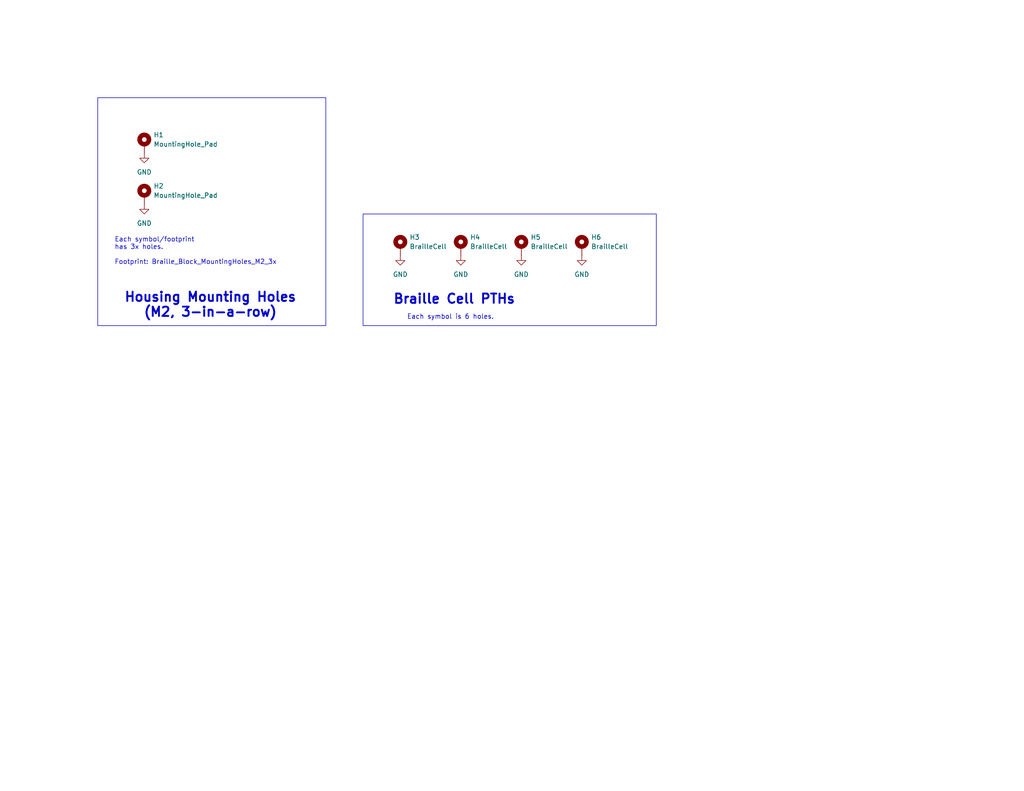
<source format=kicad_sch>
(kicad_sch (version 20250114) (generator "eeschema") (generator_version "9.0")
  (paper "USLetter")
  (title_block (title "Dot-Alignment-PCB") (date "2025-08-30") (rev "Rev 1"))
  (lib_symbols
    (symbol "Mechanical:MountingHole_Pad" (pin_numbers (hide yes)) (pin_names (offset 1.016) (hide yes)) (exclude_from_sim yes) (in_bom no)
      (property "Reference" "H" (at 0 6.35 0))
      (property "Value" "MountingHole_Pad" (at 0 4.445 0))
      (symbol "MountingHole_Pad_0_1"
        (circle (center 0 1.27) (radius 1.27) (stroke (width 1.27)))
      )
      (symbol "MountingHole_Pad_1_1"
        (pin input line (at 0 -2.54 90) (length 2.54) (name "1") (number "1"))
      )
    )
    (symbol "power:GND" (power) (pin_numbers (hide yes)) (pin_names (offset 0) (hide yes))
      (property "Value" "GND" (at 0 -3.81 0))
      (symbol "GND_0_1"
        (polyline (pts (xy 0 0) (xy 0 -1.27) (xy 1.27 -1.27) (xy 0 -2.54) (xy -1.27 -1.27) (xy 0 -1.27)))
      )
      (symbol "GND_1_1"
        (pin power_in line (at 0 0 270) (length 0) (name "~") (number "1"))
      )
    )
  )
  (rectangle (start 99.06 58.42) (end 179.07 88.9))
  (rectangle (start 26.67 26.67) (end 88.9 88.9))
  (text "Braille Cell PTHs" (at 123.952 81.788 0) (effects (font (size 2.54 2.54) (thickness 0.508) (bold yes))))
  (text "Each symbol/footprint\nhas 3x holes.\n\nFootprint: Braille_Block_MountingHoles_M2_3x" (at 31.242 68.58 0) (effects (font (size 1.27 1.27)) (justify left)))
  (text "Housing Mounting Holes\n(M2, 3-in-a-row)" (at 57.404 83.312 0) (effects (font (size 2.54 2.54) (thickness 0.508) (bold yes))))
  (text "Each symbol is 6 holes." (at 122.936 86.614 0) (effects (font (size 1.27 1.27))))
  (symbol (lib_id "Mechanical:MountingHole_Pad") (at 142.24 67.31 0) (unit 1) (exclude_from_sim yes) (in_bom no)
    (property "Reference" "H5" (at 144.78 64.7699 0) (effects (justify left)))
    (property "Value" "BrailleCell" (at 144.78 67.3099 0) (effects (justify left)))
    (property "Footprint" "00-lib-footprints:BrailleCell_0.8mm_ID" (effects (hide yes)))
    (property "Description" "Mounting Hole with connection" (effects (hide yes)))
  )
  (symbol (lib_id "Mechanical:MountingHole_Pad") (at 39.37 39.37 0) (unit 1) (exclude_from_sim yes) (in_bom no)
    (property "Reference" "H1" (at 41.91 36.8299 0) (effects (justify left)))
    (property "Value" "MountingHole_Pad" (at 41.91 39.3699 0) (effects (justify left)))
    (property "Footprint" "00-lib-footprints:Braille_Block_MountingHoles_M2_3x" (effects (hide yes)))
    (property "Description" "Mounting Hole with connection" (effects (hide yes)))
  )
  (symbol (lib_id "Mechanical:MountingHole_Pad") (at 125.73 67.31 0) (unit 1) (exclude_from_sim yes) (in_bom no)
    (property "Reference" "H4" (at 128.27 64.7699 0) (effects (justify left)))
    (property "Value" "BrailleCell" (at 128.27 67.3099 0) (effects (justify left)))
    (property "Footprint" "00-lib-footprints:BrailleCell_0.6mm_ID" (effects (hide yes)))
    (property "Description" "Mounting Hole with connection" (effects (hide yes)))
  )
  (symbol (lib_id "Mechanical:MountingHole_Pad") (at 39.37 53.34 0) (unit 1) (exclude_from_sim yes) (in_bom no)
    (property "Reference" "H2" (at 41.91 50.7999 0) (effects (justify left)))
    (property "Value" "MountingHole_Pad" (at 41.91 53.3399 0) (effects (justify left)))
    (property "Footprint" "00-lib-footprints:Braille_Block_MountingHoles_M2_3x" (effects (hide yes)))
    (property "Description" "Mounting Hole with connection" (effects (hide yes)))
  )
  (symbol (lib_id "power:GND") (at 142.24 69.85 0) (unit 1)
    (property "Reference" "#PWR0174" (effects (hide yes)))
    (property "Value" "GND" (at 142.24 74.93 0))
    (property "Description" "Power symbol creates a global label with name \"GND\" , ground" (effects (hide yes)))
  )
  (symbol (lib_id "power:GND") (at 125.73 69.85 0) (unit 1)
    (property "Reference" "#PWR0173" (effects (hide yes)))
    (property "Value" "GND" (at 125.73 74.93 0))
    (property "Description" "Power symbol creates a global label with name \"GND\" , ground" (effects (hide yes)))
  )
  (symbol (lib_id "power:GND") (at 39.37 55.88 0) (unit 1)
    (property "Reference" "#PWR02" (effects (hide yes)))
    (property "Value" "GND" (at 39.37 60.96 0))
    (property "Description" "Power symbol creates a global label with name \"GND\" , ground" (effects (hide yes)))
  )
  (symbol (lib_id "Mechanical:MountingHole_Pad") (at 158.75 67.31 0) (unit 1) (exclude_from_sim yes) (in_bom no)
    (property "Reference" "H6" (at 161.29 64.7699 0) (effects (justify left)))
    (property "Value" "BrailleCell" (at 161.29 67.3099 0) (effects (justify left)))
    (property "Footprint" "00-lib-footprints:BrailleCell_0.8mm_ID" (effects (hide yes)))
    (property "Description" "Mounting Hole with connection" (effects (hide yes)))
  )
  (symbol (lib_id "power:GND") (at 39.37 41.91 0) (unit 1)
    (property "Reference" "#PWR01" (effects (hide yes)))
    (property "Value" "GND" (at 39.37 46.99 0))
    (property "Description" "Power symbol creates a global label with name \"GND\" , ground" (effects (hide yes)))
  )
  (symbol (lib_id "power:GND") (at 109.22 69.85 0) (unit 1)
    (property "Reference" "#PWR025" (effects (hide yes)))
    (property "Value" "GND" (at 109.22 74.93 0))
    (property "Description" "Power symbol creates a global label with name \"GND\" , ground" (effects (hide yes)))
  )
  (symbol (lib_id "power:GND") (at 158.75 69.85 0) (unit 1)
    (property "Reference" "#PWR0175" (effects (hide yes)))
    (property "Value" "GND" (at 158.75 74.93 0))
    (property "Description" "Power symbol creates a global label with name \"GND\" , ground" (effects (hide yes)))
  )
  (symbol (lib_id "Mechanical:MountingHole_Pad") (at 109.22 67.31 0) (unit 1) (exclude_from_sim yes) (in_bom no)
    (property "Reference" "H3" (at 111.76 64.7699 0) (effects (justify left)))
    (property "Value" "BrailleCell" (at 111.76 67.3099 0) (effects (justify left)))
    (property "Footprint" "00-lib-footprints:BrailleCell_0.6mm_ID" (effects (hide yes)))
    (property "Description" "Mounting Hole with connection" (effects (hide yes)))
  )
)
</source>
